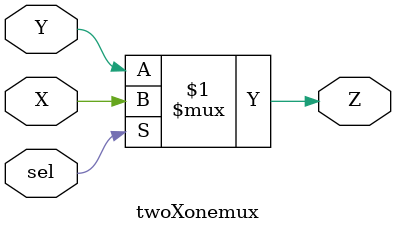
<source format=v>
`timescale 1ns / 1ps


module twoXonemux (input X, input Y, input sel,output Z);
assign Z = sel ? X :Y;
endmodule

</source>
